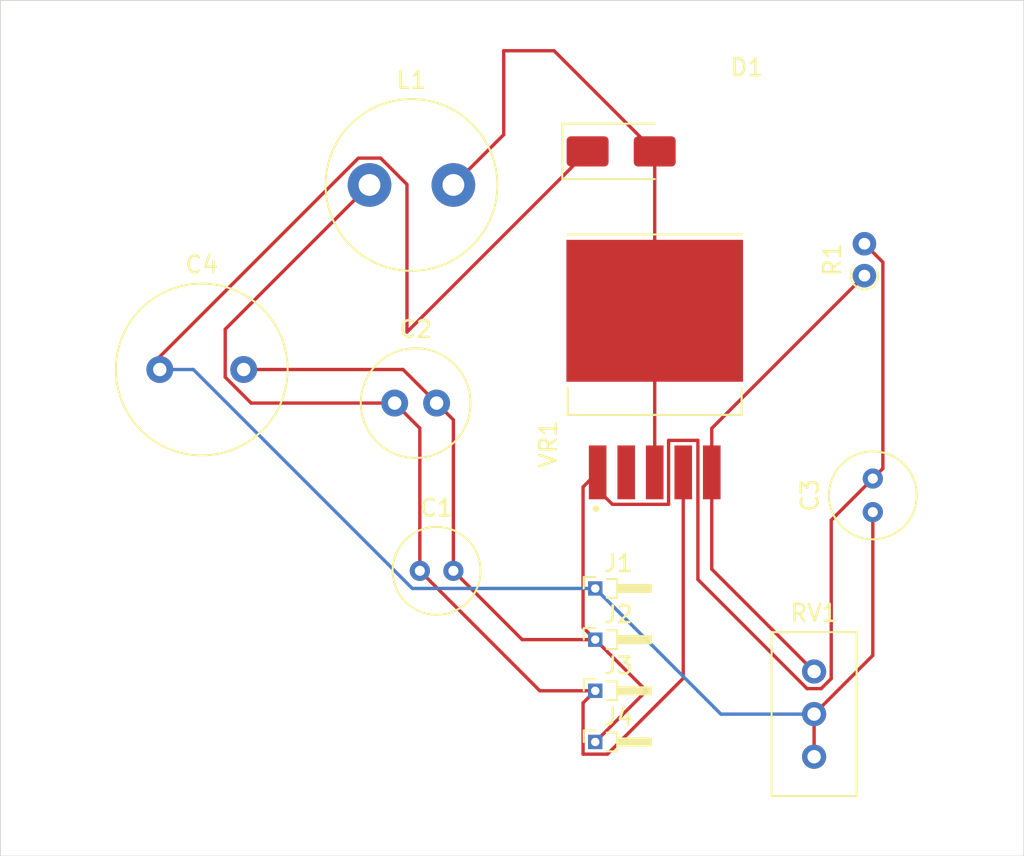
<source format=kicad_pcb>
(kicad_pcb (version 20241229) (generator "pcbnew") (generator_version "9.0")
  (layers (0 "F.Cu" signal) (2 "B.Cu" signal) (13 "F.Paste" user) (15 "B.Paste" user) (5 "F.SilkS" user "F.Silkscreen") (7 "B.SilkS" user "B.Silkscreen") (1 "F.Mask" user) (3 "B.Mask" user) (25 "Edge.Cuts" user))
  (net 0 "")
  (net 1 "Net-(D1-K)")
  (net 2 "Net-(D1-A)")
  (net 3 "GND")
  (net 4 "Net-(J3-Pin_1)")
  (net 5 "Net-(VR1-FB)")
  (footprint "Inductor_THT:L_Radial_D10.0mm_P5.00mm_Fastron_07M" (layer "F.Cu") (at 147 46.5)
    (property "Reference" "L1" (at 2.5 -6.25 0) (layer "F.SilkS"))
    (property "Value" "33 uH")
    (fp_circle (center 2.5 0) (end 7.62 0) (stroke (width 0.12)) (fill no) (layer "F.SilkS"))
    (pad "1" thru_hole circle (at 0 0) (size 2.6 2.6) (drill 1.3) (layers "*.Cu" "*.Mask") (net 4 "Net-(J3-Pin_1)"))
    (pad "2" thru_hole circle (at 5 0) (size 2.6 2.6) (drill 1.3) (layers "*.Cu" "*.Mask") (net 2 "Net-(D1-A)"))
  )
  (footprint "XL6009 (1):DPAK170P1435X465-6N" (layer "F.Cu") (at 164 57.5 90)
    (property "Reference" "VR1" (at -4.445 -6.35 90) (layer "F.SilkS"))
    (property "Value" "XL6009")
    (fp_line (start 8.05 -5.18) (end 8.05 5.18) (stroke (width 0.127)) (layer "F.SilkS"))
    (fp_line (start -1.1 -5.18) (end -2.705 -5.18) (stroke (width 0.127)) (layer "F.SilkS"))
    (fp_line (start -2.705 -5.18) (end -2.705 5.18) (stroke (width 0.127)) (layer "F.SilkS"))
    (fp_line (start -1.1 5.18) (end -2.705 5.18) (stroke (width 0.127)) (layer "F.SilkS"))
    (fp_circle (center -8.3 -3.5) (end -8.2 -3.5) (stroke (width 0.2)) (fill no) (layer "F.SilkS"))
    (pad "1" smd rect (at -6.13 -3.4 90) (size 3.21 1.05) (layers "F.Cu" "F.Mask" "F.Paste") (net 3 "GND"))
    (pad "2" smd rect (at -6.13 -1.7 90) (size 3.21 1.05) (layers "F.Cu" "F.Mask" "F.Paste"))
    (pad "3" smd rect (at -6.13 0 90) (size 3.21 1.05) (layers "F.Cu" "F.Mask" "F.Paste") (net 2 "Net-(D1-A)"))
    (pad "4" smd rect (at -6.13 1.7 90) (size 3.21 1.05) (layers "F.Cu" "F.Mask" "F.Paste") (net 4 "Net-(J3-Pin_1)"))
    (pad "5" smd rect (at -6.13 3.4 90) (size 3.21 1.05) (layers "F.Cu" "F.Mask" "F.Paste") (net 5 "Net-(VR1-FB)"))
    (pad "6" smd rect (at 3.5 0 90) (size 8.46 10.53) (layers "F.Cu" "F.Mask") (net 2 "Net-(D1-A)"))
  )
  (footprint "Connector_PinHeader_1.00mm:PinHeader_1x01_P1.00mm_Horizontal" (layer "F.Cu") (at 160.455 76.65)
    (property "Reference" "J3" (at 1.375 -1.5 0) (layer "F.SilkS"))
    (property "Value" "Conn_01x01_Pin")
    (fp_line (start -0.685 -0.685) (end 0 -0.685) (stroke (width 0.12)) (layer "F.SilkS"))
    (fp_line (start -0.685 0) (end -0.685 -0.685) (stroke (width 0.12)) (layer "F.SilkS"))
    (fp_line (start 0.685 -0.56) (end 1.31 -0.56) (stroke (width 0.12)) (layer "F.SilkS"))
    (fp_line (start 1.31 -0.56) (end 1.31 0.56) (stroke (width 0.12)) (layer "F.SilkS"))
    (fp_line (start 1.31 -0.21) (end 3.31 -0.21) (stroke (width 0.12)) (layer "F.SilkS"))
    (fp_line (start 1.31 -0.15) (end 3.31 -0.15) (stroke (width 0.12)) (layer "F.SilkS"))
    (fp_line (start 1.31 -0.03) (end 3.31 -0.03) (stroke (width 0.12)) (layer "F.SilkS"))
    (fp_line (start 1.31 0.09) (end 3.31 0.09) (stroke (width 0.12)) (layer "F.SilkS"))
    (fp_line (start 1.31 0.56) (end 0.685 0.56) (stroke (width 0.12)) (layer "F.SilkS"))
    (fp_line (start 3.31 -0.21) (end 3.31 0.21) (stroke (width 0.12)) (layer "F.SilkS"))
    (fp_line (start 3.31 0.21) (end 1.31 0.21) (stroke (width 0.12)) (layer "F.SilkS"))
    (pad "1" thru_hole rect (at 0 0) (size 0.85 0.85) (drill 0.5) (layers "*.Cu" "*.Mask") (net 4 "Net-(J3-Pin_1)"))
  )
  (footprint "Capacitor_THT:C_Radial_D5.0mm_H5.0mm_P2.00mm" (layer "F.Cu") (at 177 66 90)
    (property "Reference" "C3" (at 1 -3.75 90) (layer "F.SilkS"))
    (property "Value" "1 uF")
    (fp_circle (center 1 0) (end 3.62 0) (stroke (width 0.12)) (fill no) (layer "F.SilkS"))
    (pad "1" thru_hole circle (at 0 0 90) (size 1.2 1.2) (drill 0.6) (layers "*.Cu" "*.Mask") (net 1 "Net-(D1-K)"))
    (pad "2" thru_hole circle (at 2 0 90) (size 1.2 1.2) (drill 0.6) (layers "*.Cu" "*.Mask") (net 3 "GND"))
  )
  (footprint "Capacitor_THT:C_Radial_D10.0mm_H12.5mm_P5.00mm" (layer "F.Cu") (at 134.5 57.5)
    (property "Reference" "C4" (at 2.5 -6.25 0) (layer "F.SilkS"))
    (property "Value" "220uF/50V")
    (fp_circle (center 2.5 0) (end 7.62 0) (stroke (width 0.12)) (fill no) (layer "F.SilkS"))
    (pad "1" thru_hole circle (at 0 0) (size 1.6 1.6) (drill 0.8) (layers "*.Cu" "*.Mask") (net 1 "Net-(D1-K)"))
    (pad "2" thru_hole circle (at 5 0) (size 1.6 1.6) (drill 0.8) (layers "*.Cu" "*.Mask") (net 3 "GND"))
  )
  (footprint "Diode_SMD:D_SMA" (layer "F.Cu") (at 162 44.5)
    (property "Reference" "D1" (at 7.5 -5 0) (layer "F.SilkS"))
    (property "Value" "SS34")
    (fp_line (start -3.51 -1.65) (end -3.51 1.65) (stroke (width 0.12)) (layer "F.SilkS"))
    (fp_line (start -3.51 -1.65) (end 2 -1.65) (stroke (width 0.12)) (layer "F.SilkS"))
    (fp_line (start -3.51 1.65) (end 2 1.65) (stroke (width 0.12)) (layer "F.SilkS"))
    (pad "1" smd roundrect (at -2 0) (size 2.5 1.8) (layers "F.Cu" "F.Mask" "F.Paste") (roundrect_rratio 0.1388888889) (net 1 "Net-(D1-K)"))
    (pad "2" smd roundrect (at 2 0) (size 2.5 1.8) (layers "F.Cu" "F.Mask" "F.Paste") (roundrect_rratio 0.1388888889) (net 2 "Net-(D1-A)"))
  )
  (footprint "Connector_PinHeader_1.00mm:PinHeader_1x01_P1.00mm_Horizontal" (layer "F.Cu") (at 160.455 70.55)
    (property "Reference" "J1" (at 1.375 -1.5 0) (layer "F.SilkS"))
    (property "Value" "Conn_01x01_Pin")
    (fp_line (start -0.685 -0.685) (end 0 -0.685) (stroke (width 0.12)) (layer "F.SilkS"))
    (fp_line (start -0.685 0) (end -0.685 -0.685) (stroke (width 0.12)) (layer "F.SilkS"))
    (fp_line (start 0.685 -0.56) (end 1.31 -0.56) (stroke (width 0.12)) (layer "F.SilkS"))
    (fp_line (start 1.31 -0.56) (end 1.31 0.56) (stroke (width 0.12)) (layer "F.SilkS"))
    (fp_line (start 1.31 -0.21) (end 3.31 -0.21) (stroke (width 0.12)) (layer "F.SilkS"))
    (fp_line (start 1.31 -0.15) (end 3.31 -0.15) (stroke (width 0.12)) (layer "F.SilkS"))
    (fp_line (start 1.31 -0.03) (end 3.31 -0.03) (stroke (width 0.12)) (layer "F.SilkS"))
    (fp_line (start 1.31 0.09) (end 3.31 0.09) (stroke (width 0.12)) (layer "F.SilkS"))
    (fp_line (start 1.31 0.56) (end 0.685 0.56) (stroke (width 0.12)) (layer "F.SilkS"))
    (fp_line (start 3.31 -0.21) (end 3.31 0.21) (stroke (width 0.12)) (layer "F.SilkS"))
    (fp_line (start 3.31 0.21) (end 1.31 0.21) (stroke (width 0.12)) (layer "F.SilkS"))
    (pad "1" thru_hole rect (at 0 0) (size 0.85 0.85) (drill 0.5) (layers "*.Cu" "*.Mask") (net 1 "Net-(D1-K)"))
  )
  (footprint "Connector_PinHeader_1.00mm:PinHeader_1x01_P1.00mm_Horizontal" (layer "F.Cu") (at 160.455 73.6)
    (property "Reference" "J2" (at 1.375 -1.5 0) (layer "F.SilkS"))
    (property "Value" "Conn_01x01_Pin")
    (fp_line (start -0.685 -0.685) (end 0 -0.685) (stroke (width 0.12)) (layer "F.SilkS"))
    (fp_line (start -0.685 0) (end -0.685 -0.685) (stroke (width 0.12)) (layer "F.SilkS"))
    (fp_line (start 0.685 -0.56) (end 1.31 -0.56) (stroke (width 0.12)) (layer "F.SilkS"))
    (fp_line (start 1.31 -0.56) (end 1.31 0.56) (stroke (width 0.12)) (layer "F.SilkS"))
    (fp_line (start 1.31 -0.21) (end 3.31 -0.21) (stroke (width 0.12)) (layer "F.SilkS"))
    (fp_line (start 1.31 -0.15) (end 3.31 -0.15) (stroke (width 0.12)) (layer "F.SilkS"))
    (fp_line (start 1.31 -0.03) (end 3.31 -0.03) (stroke (width 0.12)) (layer "F.SilkS"))
    (fp_line (start 1.31 0.09) (end 3.31 0.09) (stroke (width 0.12)) (layer "F.SilkS"))
    (fp_line (start 1.31 0.56) (end 0.685 0.56) (stroke (width 0.12)) (layer "F.SilkS"))
    (fp_line (start 3.31 -0.21) (end 3.31 0.21) (stroke (width 0.12)) (layer "F.SilkS"))
    (fp_line (start 3.31 0.21) (end 1.31 0.21) (stroke (width 0.12)) (layer "F.SilkS"))
    (pad "1" thru_hole rect (at 0 0) (size 0.85 0.85) (drill 0.5) (layers "*.Cu" "*.Mask") (net 3 "GND"))
  )
  (footprint "Resistor_THT:R_Axial_DIN0204_L3.6mm_D1.6mm_P1.90mm_Vertical" (layer "F.Cu") (at 176.5 51.905 90)
    (property "Reference" "R1" (at 0.95 -1.92 90) (layer "F.SilkS"))
    (property "Value" "1K")
    (fp_arc (start 0.320095 0.749359) (mid -0.813042 -0.054435) (end 0.417133 -0.7) (stroke (width 0.12)) (layer "F.SilkS"))
    (pad "1" thru_hole circle (at 0 0 90) (size 1.4 1.4) (drill 0.7) (layers "*.Cu" "*.Mask") (net 5 "Net-(VR1-FB)"))
    (pad "2" thru_hole oval (at 1.9 0 90) (size 1.4 1.4) (drill 0.7) (layers "*.Cu" "*.Mask") (net 3 "GND"))
  )
  (footprint "Capacitor_THT:C_Radial_D6.3mm_H5.0mm_P2.50mm" (layer "F.Cu") (at 148.5 59.5)
    (property "Reference" "C2" (at 1.25 -4.4 0) (layer "F.SilkS"))
    (property "Value" "47 uF/50V")
    (fp_circle (center 1.25 0) (end 4.52 0) (stroke (width 0.12)) (fill no) (layer "F.SilkS"))
    (pad "1" thru_hole circle (at 0 0) (size 1.6 1.6) (drill 0.8) (layers "*.Cu" "*.Mask") (net 4 "Net-(J3-Pin_1)"))
    (pad "2" thru_hole circle (at 2.5 0) (size 1.6 1.6) (drill 0.8) (layers "*.Cu" "*.Mask") (net 3 "GND"))
  )
  (footprint "Capacitor_THT:C_Radial_D5.0mm_H5.0mm_P2.00mm" (layer "F.Cu") (at 150 69.5)
    (property "Reference" "C1" (at 1 -3.75 0) (layer "F.SilkS"))
    (property "Value" "1 uF")
    (fp_circle (center 1 0) (end 3.62 0) (stroke (width 0.12)) (fill no) (layer "F.SilkS"))
    (pad "1" thru_hole circle (at 0 0) (size 1.2 1.2) (drill 0.6) (layers "*.Cu" "*.Mask") (net 4 "Net-(J3-Pin_1)"))
    (pad "2" thru_hole circle (at 2 0) (size 1.2 1.2) (drill 0.6) (layers "*.Cu" "*.Mask") (net 3 "GND"))
  )
  (footprint "Potentiometer_THT:Potentiometer_Bourns_3386C_Horizontal" (layer "F.Cu") (at 173.5 75.5)
    (property "Reference" "RV1" (at 0 -3.475 0) (layer "F.SilkS"))
    (property "Value" "50K")
    (fp_line (start -2.535 -2.345) (end -2.535 7.425) (stroke (width 0.12)) (layer "F.SilkS"))
    (fp_line (start -2.535 -2.345) (end 2.535 -2.345) (stroke (width 0.12)) (layer "F.SilkS"))
    (fp_line (start -2.535 7.425) (end 2.535 7.425) (stroke (width 0.12)) (layer "F.SilkS"))
    (fp_line (start 2.535 -2.345) (end 2.535 7.425) (stroke (width 0.12)) (layer "F.SilkS"))
    (pad "1" thru_hole circle (at 0 0) (size 1.44 1.44) (drill 0.8) (layers "*.Cu" "*.Mask") (net 5 "Net-(VR1-FB)"))
    (pad "2" thru_hole circle (at 0 2.54) (size 1.44 1.44) (drill 0.8) (layers "*.Cu" "*.Mask") (net 1 "Net-(D1-K)"))
    (pad "3" thru_hole circle (at 0 5.08) (size 1.44 1.44) (drill 0.8) (layers "*.Cu" "*.Mask") (net 1 "Net-(D1-K)"))
  )
  (footprint "Connector_PinHeader_1.00mm:PinHeader_1x01_P1.00mm_Horizontal" (layer "F.Cu") (at 160.455 79.7)
    (property "Reference" "J4" (at 1.375 -1.5 0) (layer "F.SilkS"))
    (property "Value" "Conn_01x01_Pin")
    (fp_line (start -0.685 -0.685) (end 0 -0.685) (stroke (width 0.12)) (layer "F.SilkS"))
    (fp_line (start -0.685 0) (end -0.685 -0.685) (stroke (width 0.12)) (layer "F.SilkS"))
    (fp_line (start 0.685 -0.56) (end 1.31 -0.56) (stroke (width 0.12)) (layer "F.SilkS"))
    (fp_line (start 1.31 -0.56) (end 1.31 0.56) (stroke (width 0.12)) (layer "F.SilkS"))
    (fp_line (start 1.31 -0.21) (end 3.31 -0.21) (stroke (width 0.12)) (layer "F.SilkS"))
    (fp_line (start 1.31 -0.15) (end 3.31 -0.15) (stroke (width 0.12)) (layer "F.SilkS"))
    (fp_line (start 1.31 -0.03) (end 3.31 -0.03) (stroke (width 0.12)) (layer "F.SilkS"))
    (fp_line (start 1.31 0.09) (end 3.31 0.09) (stroke (width 0.12)) (layer "F.SilkS"))
    (fp_line (start 1.31 0.56) (end 0.685 0.56) (stroke (width 0.12)) (layer "F.SilkS"))
    (fp_line (start 3.31 -0.21) (end 3.31 0.21) (stroke (width 0.12)) (layer "F.SilkS"))
    (fp_line (start 3.31 0.21) (end 1.31 0.21) (stroke (width 0.12)) (layer "F.SilkS"))
    (pad "1" thru_hole rect (at 0 0) (size 0.85 0.85) (drill 0.5) (layers "*.Cu" "*.Mask") (net 3 "GND"))
  )
  (gr_rect (start 125 35.5) (end 186 86.5) (stroke (width 0.05)) (fill no) (layer "Edge.Cuts"))
  (segment (start 146.336844 44.899) (end 134.5 56.735844) (width 0.2) (layer "F.Cu") (net 1))
  (segment (start 173.5 78.04) (end 173.5 80.58) (width 0.2) (layer "F.Cu") (net 1))
  (segment (start 134.5 56.735844) (end 134.5 57.5) (width 0.2) (layer "F.Cu") (net 1))
  (segment (start 160 44.5) (end 149.2329 55.2671) (width 0.2) (layer "F.Cu") (net 1))
  (segment (start 147.663156 44.899) (end 146.336844 44.899) (width 0.2) (layer "F.Cu") (net 1))
  (segment (start 149.2329 55.2671) (end 149.2329 46.468744) (width 0.2) (layer "F.Cu") (net 1))
  (segment (start 149.2329 46.468744) (end 147.663156 44.899) (width 0.2) (layer "F.Cu") (net 1))
  (segment (start 177 66) (end 177 74.54) (width 0.2) (layer "F.Cu") (net 1))
  (segment (start 177 74.54) (end 173.5 78.04) (width 0.2) (layer "F.Cu") (net 1))
  (segment (start 167.945 78.04) (end 160.455 70.55) (width 0.2) (layer "B.Cu") (net 1))
  (segment (start 149.55 70.55) (end 136.5 57.5) (width 0.2) (layer "B.Cu") (net 1))
  (segment (start 160.455 70.55) (end 149.55 70.55) (width 0.2) (layer "B.Cu") (net 1))
  (segment (start 173.5 78.04) (end 167.945 78.04) (width 0.2) (layer "B.Cu") (net 1))
  (segment (start 136.5 57.5) (end 134.5 57.5) (width 0.2) (layer "B.Cu") (net 1))
  (segment (start 164 44.5) (end 158 38.5) (width 0.2) (layer "F.Cu") (net 2))
  (segment (start 155 38.5) (end 155 43.5) (width 0.2) (layer "F.Cu") (net 2))
  (segment (start 155 43.5) (end 152 46.5) (width 0.2) (layer "F.Cu") (net 2))
  (segment (start 158 38.5) (end 155 38.5) (width 0.2) (layer "F.Cu") (net 2))
  (segment (start 164 63.63) (end 164 54) (width 0.2) (layer "F.Cu") (net 2))
  (segment (start 164 54) (end 164 44.5) (width 0.2) (layer "F.Cu") (net 2))
  (segment (start 149 57.5) (end 139.5 57.5) (width 0.2) (layer "F.Cu") (net 3))
  (segment (start 161.474 65.536) (end 160.6 64.662) (width 0.2) (layer "F.Cu") (net 3))
  (segment (start 174.521 66.479) (end 174.521 75.922913) (width 0.2) (layer "F.Cu") (net 3))
  (segment (start 156.1 73.6) (end 152 69.5) (width 0.2) (layer "F.Cu") (net 3))
  (segment (start 160.6 63.63) (end 159.729 64.501) (width 0.2) (layer "F.Cu") (net 3))
  (segment (start 152 69.5) (end 152 60.5) (width 0.2) (layer "F.Cu") (net 3))
  (segment (start 177 64) (end 177.6 63.4) (width 0.2) (layer "F.Cu") (net 3))
  (segment (start 163.5 76.655) (end 160.455 79.7) (width 0.2) (layer "F.Cu") (net 3))
  (segment (start 164.826 65.536) (end 161.474 65.536) (width 0.2) (layer "F.Cu") (net 3))
  (segment (start 159.729 72.874) (end 160.455 73.6) (width 0.2) (layer "F.Cu") (net 3))
  (segment (start 174.521 75.922913) (end 173.922913 76.521) (width 0.2) (layer "F.Cu") (net 3))
  (segment (start 177 64) (end 174.521 66.479) (width 0.2) (layer "F.Cu") (net 3))
  (segment (start 160.6 64.662) (end 160.6 63.63) (width 0.2) (layer "F.Cu") (net 3))
  (segment (start 159.729 64.501) (end 159.729 72.874) (width 0.2) (layer "F.Cu") (net 3))
  (segment (start 177.6 51.105) (end 176.5 50.005) (width 0.2) (layer "F.Cu") (net 3))
  (segment (start 160.455 73.6) (end 163.5 76.645) (width 0.2) (layer "F.Cu") (net 3))
  (segment (start 152 60.5) (end 151 59.5) (width 0.2) (layer "F.Cu") (net 3))
  (segment (start 177.6 63.4) (end 177.6 51.105) (width 0.2) (layer "F.Cu") (net 3))
  (segment (start 173.077087 76.521) (end 166.574 70.017913) (width 0.2) (layer "F.Cu") (net 3))
  (segment (start 166.574 70.017913) (end 166.574 61.724) (width 0.2) (layer "F.Cu") (net 3))
  (segment (start 164.826 61.724) (end 164.826 65.536) (width 0.2) (layer "F.Cu") (net 3))
  (segment (start 166.574 61.724) (end 164.826 61.724) (width 0.2) (layer "F.Cu") (net 3))
  (segment (start 163.5 76.645) (end 163.5 76.655) (width 0.2) (layer "F.Cu") (net 3))
  (segment (start 160.455 73.6) (end 156.1 73.6) (width 0.2) (layer "F.Cu") (net 3))
  (segment (start 173.922913 76.521) (end 173.077087 76.521) (width 0.2) (layer "F.Cu") (net 3))
  (segment (start 151 59.5) (end 149 57.5) (width 0.2) (layer "F.Cu") (net 3))
  (segment (start 139.94295 59.5) (end 138.399 57.95605) (width 0.2) (layer "F.Cu") (net 4))
  (segment (start 161.181 80.426) (end 159.729 80.426) (width 0.2) (layer "F.Cu") (net 4))
  (segment (start 157.15 76.65) (end 150 69.5) (width 0.2) (layer "F.Cu") (net 4))
  (segment (start 138.399 55.101) (end 147 46.5) (width 0.2) (layer "F.Cu") (net 4))
  (segment (start 159.729 80.426) (end 159.729 77.376) (width 0.2) (layer "F.Cu") (net 4))
  (segment (start 165.7 75.907) (end 161.181 80.426) (width 0.2) (layer "F.Cu") (net 4))
  (segment (start 148.5 59.5) (end 139.94295 59.5) (width 0.2) (layer "F.Cu") (net 4))
  (segment (start 138.399 57.95605) (end 138.399 55.101) (width 0.2) (layer "F.Cu") (net 4))
  (segment (start 150 69.5) (end 150 61) (width 0.2) (layer "F.Cu") (net 4))
  (segment (start 165.7 63.63) (end 165.7 75.907) (width 0.2) (layer "F.Cu") (net 4))
  (segment (start 160.455 76.65) (end 157.15 76.65) (width 0.2) (layer "F.Cu") (net 4))
  (segment (start 159.729 77.376) (end 160.455 76.65) (width 0.2) (layer "F.Cu") (net 4))
  (segment (start 150 61) (end 148.5 59.5) (width 0.2) (layer "F.Cu") (net 4))
  (segment (start 167.4 61.005) (end 176.5 51.905) (width 0.2) (layer "F.Cu") (net 5))
  (segment (start 167.4 63.63) (end 167.4 69.4) (width 0.2) (layer "F.Cu") (net 5))
  (segment (start 167.4 69.4) (end 173.5 75.5) (width 0.2) (layer "F.Cu") (net 5))
  (segment (start 167.4 63.63) (end 167.4 61.005) (width 0.2) (layer "F.Cu") (net 5))
)
</source>
